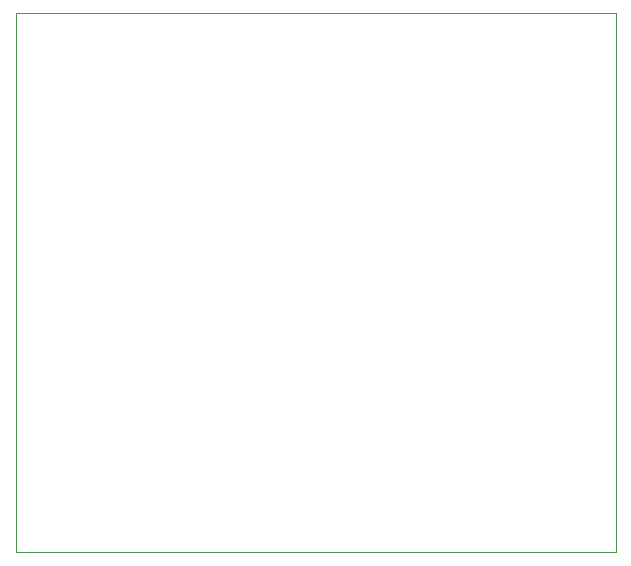
<source format=gbr>
%TF.GenerationSoftware,KiCad,Pcbnew,(5.99.0-9233-g881cb3182b)*%
%TF.CreationDate,2021-07-01T22:40:51+02:00*%
%TF.ProjectId,cdtv-ext-flash,63647476-2d65-4787-942d-666c6173682e,rev?*%
%TF.SameCoordinates,Original*%
%TF.FileFunction,Profile,NP*%
%FSLAX46Y46*%
G04 Gerber Fmt 4.6, Leading zero omitted, Abs format (unit mm)*
G04 Created by KiCad (PCBNEW (5.99.0-9233-g881cb3182b)) date 2021-07-01 22:40:51*
%MOMM*%
%LPD*%
G01*
G04 APERTURE LIST*
%TA.AperFunction,Profile*%
%ADD10C,0.100000*%
%TD*%
G04 APERTURE END LIST*
D10*
X91440000Y-42037000D02*
X142240000Y-42037000D01*
X142240000Y-42037000D02*
X142240000Y-87630000D01*
X142240000Y-87630000D02*
X91440000Y-87630000D01*
X91440000Y-87630000D02*
X91440000Y-42037000D01*
M02*

</source>
